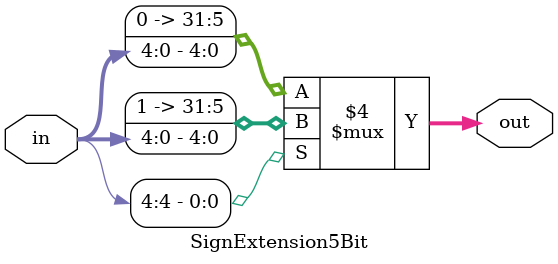
<source format=v>
`timescale 1ns / 1ps


module SignExtension5Bit(in, out);
    /* A 5-Bit input word */
    input [4:0] in;
    
    /* A 32-Bit output word */
    output reg [31:0] out;
    
    always @ (in) begin
        if (in[4] == 1) begin // Check for negative or positive number
            out <= {27'b111111111111111111111111111, in};
        end
        else begin
            out <= {27'b000000000000000000000000000, in};
        end
    end
endmodule

</source>
